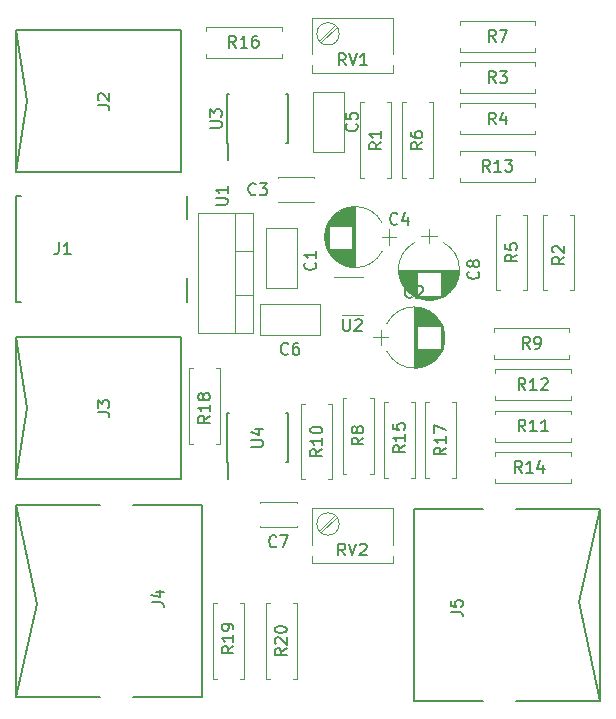
<source format=gto>
G04 #@! TF.FileFunction,Legend,Top*
%FSLAX46Y46*%
G04 Gerber Fmt 4.6, Leading zero omitted, Abs format (unit mm)*
G04 Created by KiCad (PCBNEW 4.0.6) date 03/19/18 00:54:58*
%MOMM*%
%LPD*%
G01*
G04 APERTURE LIST*
%ADD10C,0.100000*%
%ADD11C,0.150000*%
%ADD12C,0.120000*%
G04 APERTURE END LIST*
D10*
D11*
X79000000Y-90722000D02*
X80778000Y-99104000D01*
X80778000Y-99104000D02*
X79000000Y-106978000D01*
X94748000Y-106978000D02*
X88906000Y-106978000D01*
X79000000Y-106978000D02*
X86112000Y-106978000D01*
X94748000Y-90722000D02*
X88906000Y-90722000D01*
X79000000Y-90722000D02*
X86112000Y-90722000D01*
X94748000Y-90722000D02*
X94748000Y-106978000D01*
X79000000Y-90722000D02*
X79000000Y-106978000D01*
D12*
X102810000Y-67190000D02*
X102810000Y-72310000D01*
X100190000Y-67190000D02*
X100190000Y-72310000D01*
X102810000Y-67190000D02*
X100190000Y-67190000D01*
X102810000Y-72310000D02*
X100190000Y-72310000D01*
X115055722Y-75320277D02*
G75*
G03X110444420Y-75320000I-2305722J-1179723D01*
G01*
X115055722Y-77679723D02*
G75*
G02X110444420Y-77680000I-2305722J1179723D01*
G01*
X115055722Y-77679723D02*
G75*
G03X115055580Y-75320000I-2305722J1179723D01*
G01*
X112750000Y-73950000D02*
X112750000Y-79050000D01*
X112790000Y-73950000D02*
X112790000Y-79050000D01*
X112830000Y-73951000D02*
X112830000Y-79049000D01*
X112870000Y-73952000D02*
X112870000Y-79048000D01*
X112910000Y-73954000D02*
X112910000Y-79046000D01*
X112950000Y-73957000D02*
X112950000Y-79043000D01*
X112990000Y-73961000D02*
X112990000Y-79039000D01*
X113030000Y-73965000D02*
X113030000Y-75520000D01*
X113030000Y-77480000D02*
X113030000Y-79035000D01*
X113070000Y-73969000D02*
X113070000Y-75520000D01*
X113070000Y-77480000D02*
X113070000Y-79031000D01*
X113110000Y-73975000D02*
X113110000Y-75520000D01*
X113110000Y-77480000D02*
X113110000Y-79025000D01*
X113150000Y-73981000D02*
X113150000Y-75520000D01*
X113150000Y-77480000D02*
X113150000Y-79019000D01*
X113190000Y-73987000D02*
X113190000Y-75520000D01*
X113190000Y-77480000D02*
X113190000Y-79013000D01*
X113230000Y-73994000D02*
X113230000Y-75520000D01*
X113230000Y-77480000D02*
X113230000Y-79006000D01*
X113270000Y-74002000D02*
X113270000Y-75520000D01*
X113270000Y-77480000D02*
X113270000Y-78998000D01*
X113310000Y-74011000D02*
X113310000Y-75520000D01*
X113310000Y-77480000D02*
X113310000Y-78989000D01*
X113350000Y-74020000D02*
X113350000Y-75520000D01*
X113350000Y-77480000D02*
X113350000Y-78980000D01*
X113390000Y-74030000D02*
X113390000Y-75520000D01*
X113390000Y-77480000D02*
X113390000Y-78970000D01*
X113430000Y-74040000D02*
X113430000Y-75520000D01*
X113430000Y-77480000D02*
X113430000Y-78960000D01*
X113471000Y-74052000D02*
X113471000Y-75520000D01*
X113471000Y-77480000D02*
X113471000Y-78948000D01*
X113511000Y-74064000D02*
X113511000Y-75520000D01*
X113511000Y-77480000D02*
X113511000Y-78936000D01*
X113551000Y-74076000D02*
X113551000Y-75520000D01*
X113551000Y-77480000D02*
X113551000Y-78924000D01*
X113591000Y-74090000D02*
X113591000Y-75520000D01*
X113591000Y-77480000D02*
X113591000Y-78910000D01*
X113631000Y-74104000D02*
X113631000Y-75520000D01*
X113631000Y-77480000D02*
X113631000Y-78896000D01*
X113671000Y-74118000D02*
X113671000Y-75520000D01*
X113671000Y-77480000D02*
X113671000Y-78882000D01*
X113711000Y-74134000D02*
X113711000Y-75520000D01*
X113711000Y-77480000D02*
X113711000Y-78866000D01*
X113751000Y-74150000D02*
X113751000Y-75520000D01*
X113751000Y-77480000D02*
X113751000Y-78850000D01*
X113791000Y-74167000D02*
X113791000Y-75520000D01*
X113791000Y-77480000D02*
X113791000Y-78833000D01*
X113831000Y-74185000D02*
X113831000Y-75520000D01*
X113831000Y-77480000D02*
X113831000Y-78815000D01*
X113871000Y-74204000D02*
X113871000Y-75520000D01*
X113871000Y-77480000D02*
X113871000Y-78796000D01*
X113911000Y-74224000D02*
X113911000Y-75520000D01*
X113911000Y-77480000D02*
X113911000Y-78776000D01*
X113951000Y-74244000D02*
X113951000Y-75520000D01*
X113951000Y-77480000D02*
X113951000Y-78756000D01*
X113991000Y-74266000D02*
X113991000Y-75520000D01*
X113991000Y-77480000D02*
X113991000Y-78734000D01*
X114031000Y-74288000D02*
X114031000Y-75520000D01*
X114031000Y-77480000D02*
X114031000Y-78712000D01*
X114071000Y-74311000D02*
X114071000Y-75520000D01*
X114071000Y-77480000D02*
X114071000Y-78689000D01*
X114111000Y-74335000D02*
X114111000Y-75520000D01*
X114111000Y-77480000D02*
X114111000Y-78665000D01*
X114151000Y-74360000D02*
X114151000Y-75520000D01*
X114151000Y-77480000D02*
X114151000Y-78640000D01*
X114191000Y-74387000D02*
X114191000Y-75520000D01*
X114191000Y-77480000D02*
X114191000Y-78613000D01*
X114231000Y-74414000D02*
X114231000Y-75520000D01*
X114231000Y-77480000D02*
X114231000Y-78586000D01*
X114271000Y-74442000D02*
X114271000Y-75520000D01*
X114271000Y-77480000D02*
X114271000Y-78558000D01*
X114311000Y-74472000D02*
X114311000Y-75520000D01*
X114311000Y-77480000D02*
X114311000Y-78528000D01*
X114351000Y-74503000D02*
X114351000Y-75520000D01*
X114351000Y-77480000D02*
X114351000Y-78497000D01*
X114391000Y-74535000D02*
X114391000Y-75520000D01*
X114391000Y-77480000D02*
X114391000Y-78465000D01*
X114431000Y-74568000D02*
X114431000Y-75520000D01*
X114431000Y-77480000D02*
X114431000Y-78432000D01*
X114471000Y-74603000D02*
X114471000Y-75520000D01*
X114471000Y-77480000D02*
X114471000Y-78397000D01*
X114511000Y-74639000D02*
X114511000Y-75520000D01*
X114511000Y-77480000D02*
X114511000Y-78361000D01*
X114551000Y-74677000D02*
X114551000Y-75520000D01*
X114551000Y-77480000D02*
X114551000Y-78323000D01*
X114591000Y-74717000D02*
X114591000Y-75520000D01*
X114591000Y-77480000D02*
X114591000Y-78283000D01*
X114631000Y-74758000D02*
X114631000Y-75520000D01*
X114631000Y-77480000D02*
X114631000Y-78242000D01*
X114671000Y-74801000D02*
X114671000Y-75520000D01*
X114671000Y-77480000D02*
X114671000Y-78199000D01*
X114711000Y-74846000D02*
X114711000Y-75520000D01*
X114711000Y-77480000D02*
X114711000Y-78154000D01*
X114751000Y-74894000D02*
X114751000Y-75520000D01*
X114751000Y-77480000D02*
X114751000Y-78106000D01*
X114791000Y-74944000D02*
X114791000Y-75520000D01*
X114791000Y-77480000D02*
X114791000Y-78056000D01*
X114831000Y-74996000D02*
X114831000Y-75520000D01*
X114831000Y-77480000D02*
X114831000Y-78004000D01*
X114871000Y-75052000D02*
X114871000Y-75520000D01*
X114871000Y-77480000D02*
X114871000Y-77948000D01*
X114911000Y-75110000D02*
X114911000Y-75520000D01*
X114911000Y-77480000D02*
X114911000Y-77890000D01*
X114951000Y-75173000D02*
X114951000Y-75520000D01*
X114951000Y-77480000D02*
X114951000Y-77827000D01*
X114991000Y-75239000D02*
X114991000Y-77761000D01*
X115031000Y-75311000D02*
X115031000Y-77689000D01*
X115071000Y-75388000D02*
X115071000Y-77612000D01*
X115111000Y-75472000D02*
X115111000Y-77528000D01*
X115151000Y-75566000D02*
X115151000Y-77434000D01*
X115191000Y-75671000D02*
X115191000Y-77329000D01*
X115231000Y-75793000D02*
X115231000Y-77207000D01*
X115271000Y-75941000D02*
X115271000Y-77059000D01*
X115311000Y-76146000D02*
X115311000Y-76854000D01*
X109300000Y-76500000D02*
X110500000Y-76500000D01*
X109900000Y-75850000D02*
X109900000Y-77150000D01*
X104310000Y-65060000D02*
X101190000Y-65060000D01*
X104310000Y-62940000D02*
X101190000Y-62940000D01*
X104310000Y-65060000D02*
X104310000Y-64996000D01*
X104310000Y-63004000D02*
X104310000Y-62940000D01*
X101190000Y-65060000D02*
X101190000Y-64996000D01*
X101190000Y-63004000D02*
X101190000Y-62940000D01*
X105444278Y-69179723D02*
G75*
G03X110055580Y-69180000I2305722J1179723D01*
G01*
X105444278Y-66820277D02*
G75*
G02X110055580Y-66820000I2305722J-1179723D01*
G01*
X105444278Y-66820277D02*
G75*
G03X105444420Y-69180000I2305722J-1179723D01*
G01*
X107750000Y-70550000D02*
X107750000Y-65450000D01*
X107710000Y-70550000D02*
X107710000Y-65450000D01*
X107670000Y-70549000D02*
X107670000Y-65451000D01*
X107630000Y-70548000D02*
X107630000Y-65452000D01*
X107590000Y-70546000D02*
X107590000Y-65454000D01*
X107550000Y-70543000D02*
X107550000Y-65457000D01*
X107510000Y-70539000D02*
X107510000Y-65461000D01*
X107470000Y-70535000D02*
X107470000Y-68980000D01*
X107470000Y-67020000D02*
X107470000Y-65465000D01*
X107430000Y-70531000D02*
X107430000Y-68980000D01*
X107430000Y-67020000D02*
X107430000Y-65469000D01*
X107390000Y-70525000D02*
X107390000Y-68980000D01*
X107390000Y-67020000D02*
X107390000Y-65475000D01*
X107350000Y-70519000D02*
X107350000Y-68980000D01*
X107350000Y-67020000D02*
X107350000Y-65481000D01*
X107310000Y-70513000D02*
X107310000Y-68980000D01*
X107310000Y-67020000D02*
X107310000Y-65487000D01*
X107270000Y-70506000D02*
X107270000Y-68980000D01*
X107270000Y-67020000D02*
X107270000Y-65494000D01*
X107230000Y-70498000D02*
X107230000Y-68980000D01*
X107230000Y-67020000D02*
X107230000Y-65502000D01*
X107190000Y-70489000D02*
X107190000Y-68980000D01*
X107190000Y-67020000D02*
X107190000Y-65511000D01*
X107150000Y-70480000D02*
X107150000Y-68980000D01*
X107150000Y-67020000D02*
X107150000Y-65520000D01*
X107110000Y-70470000D02*
X107110000Y-68980000D01*
X107110000Y-67020000D02*
X107110000Y-65530000D01*
X107070000Y-70460000D02*
X107070000Y-68980000D01*
X107070000Y-67020000D02*
X107070000Y-65540000D01*
X107029000Y-70448000D02*
X107029000Y-68980000D01*
X107029000Y-67020000D02*
X107029000Y-65552000D01*
X106989000Y-70436000D02*
X106989000Y-68980000D01*
X106989000Y-67020000D02*
X106989000Y-65564000D01*
X106949000Y-70424000D02*
X106949000Y-68980000D01*
X106949000Y-67020000D02*
X106949000Y-65576000D01*
X106909000Y-70410000D02*
X106909000Y-68980000D01*
X106909000Y-67020000D02*
X106909000Y-65590000D01*
X106869000Y-70396000D02*
X106869000Y-68980000D01*
X106869000Y-67020000D02*
X106869000Y-65604000D01*
X106829000Y-70382000D02*
X106829000Y-68980000D01*
X106829000Y-67020000D02*
X106829000Y-65618000D01*
X106789000Y-70366000D02*
X106789000Y-68980000D01*
X106789000Y-67020000D02*
X106789000Y-65634000D01*
X106749000Y-70350000D02*
X106749000Y-68980000D01*
X106749000Y-67020000D02*
X106749000Y-65650000D01*
X106709000Y-70333000D02*
X106709000Y-68980000D01*
X106709000Y-67020000D02*
X106709000Y-65667000D01*
X106669000Y-70315000D02*
X106669000Y-68980000D01*
X106669000Y-67020000D02*
X106669000Y-65685000D01*
X106629000Y-70296000D02*
X106629000Y-68980000D01*
X106629000Y-67020000D02*
X106629000Y-65704000D01*
X106589000Y-70276000D02*
X106589000Y-68980000D01*
X106589000Y-67020000D02*
X106589000Y-65724000D01*
X106549000Y-70256000D02*
X106549000Y-68980000D01*
X106549000Y-67020000D02*
X106549000Y-65744000D01*
X106509000Y-70234000D02*
X106509000Y-68980000D01*
X106509000Y-67020000D02*
X106509000Y-65766000D01*
X106469000Y-70212000D02*
X106469000Y-68980000D01*
X106469000Y-67020000D02*
X106469000Y-65788000D01*
X106429000Y-70189000D02*
X106429000Y-68980000D01*
X106429000Y-67020000D02*
X106429000Y-65811000D01*
X106389000Y-70165000D02*
X106389000Y-68980000D01*
X106389000Y-67020000D02*
X106389000Y-65835000D01*
X106349000Y-70140000D02*
X106349000Y-68980000D01*
X106349000Y-67020000D02*
X106349000Y-65860000D01*
X106309000Y-70113000D02*
X106309000Y-68980000D01*
X106309000Y-67020000D02*
X106309000Y-65887000D01*
X106269000Y-70086000D02*
X106269000Y-68980000D01*
X106269000Y-67020000D02*
X106269000Y-65914000D01*
X106229000Y-70058000D02*
X106229000Y-68980000D01*
X106229000Y-67020000D02*
X106229000Y-65942000D01*
X106189000Y-70028000D02*
X106189000Y-68980000D01*
X106189000Y-67020000D02*
X106189000Y-65972000D01*
X106149000Y-69997000D02*
X106149000Y-68980000D01*
X106149000Y-67020000D02*
X106149000Y-66003000D01*
X106109000Y-69965000D02*
X106109000Y-68980000D01*
X106109000Y-67020000D02*
X106109000Y-66035000D01*
X106069000Y-69932000D02*
X106069000Y-68980000D01*
X106069000Y-67020000D02*
X106069000Y-66068000D01*
X106029000Y-69897000D02*
X106029000Y-68980000D01*
X106029000Y-67020000D02*
X106029000Y-66103000D01*
X105989000Y-69861000D02*
X105989000Y-68980000D01*
X105989000Y-67020000D02*
X105989000Y-66139000D01*
X105949000Y-69823000D02*
X105949000Y-68980000D01*
X105949000Y-67020000D02*
X105949000Y-66177000D01*
X105909000Y-69783000D02*
X105909000Y-68980000D01*
X105909000Y-67020000D02*
X105909000Y-66217000D01*
X105869000Y-69742000D02*
X105869000Y-68980000D01*
X105869000Y-67020000D02*
X105869000Y-66258000D01*
X105829000Y-69699000D02*
X105829000Y-68980000D01*
X105829000Y-67020000D02*
X105829000Y-66301000D01*
X105789000Y-69654000D02*
X105789000Y-68980000D01*
X105789000Y-67020000D02*
X105789000Y-66346000D01*
X105749000Y-69606000D02*
X105749000Y-68980000D01*
X105749000Y-67020000D02*
X105749000Y-66394000D01*
X105709000Y-69556000D02*
X105709000Y-68980000D01*
X105709000Y-67020000D02*
X105709000Y-66444000D01*
X105669000Y-69504000D02*
X105669000Y-68980000D01*
X105669000Y-67020000D02*
X105669000Y-66496000D01*
X105629000Y-69448000D02*
X105629000Y-68980000D01*
X105629000Y-67020000D02*
X105629000Y-66552000D01*
X105589000Y-69390000D02*
X105589000Y-68980000D01*
X105589000Y-67020000D02*
X105589000Y-66610000D01*
X105549000Y-69327000D02*
X105549000Y-68980000D01*
X105549000Y-67020000D02*
X105549000Y-66673000D01*
X105509000Y-69261000D02*
X105509000Y-66739000D01*
X105469000Y-69189000D02*
X105469000Y-66811000D01*
X105429000Y-69112000D02*
X105429000Y-66888000D01*
X105389000Y-69028000D02*
X105389000Y-66972000D01*
X105349000Y-68934000D02*
X105349000Y-67066000D01*
X105309000Y-68829000D02*
X105309000Y-67171000D01*
X105269000Y-68707000D02*
X105269000Y-67293000D01*
X105229000Y-68559000D02*
X105229000Y-67441000D01*
X105189000Y-68354000D02*
X105189000Y-67646000D01*
X111200000Y-68000000D02*
X110000000Y-68000000D01*
X110600000Y-68650000D02*
X110600000Y-67350000D01*
X106810000Y-55690000D02*
X106810000Y-60810000D01*
X104190000Y-55690000D02*
X104190000Y-60810000D01*
X106810000Y-55690000D02*
X104190000Y-55690000D01*
X106810000Y-60810000D02*
X104190000Y-60810000D01*
X99690000Y-73690000D02*
X104810000Y-73690000D01*
X99690000Y-76310000D02*
X104810000Y-76310000D01*
X99690000Y-73690000D02*
X99690000Y-76310000D01*
X104810000Y-73690000D02*
X104810000Y-76310000D01*
X102810000Y-92560000D02*
X99690000Y-92560000D01*
X102810000Y-90440000D02*
X99690000Y-90440000D01*
X102810000Y-92560000D02*
X102810000Y-92496000D01*
X102810000Y-90504000D02*
X102810000Y-90440000D01*
X99690000Y-92560000D02*
X99690000Y-92496000D01*
X99690000Y-90504000D02*
X99690000Y-90440000D01*
X115179723Y-73055722D02*
G75*
G03X115180000Y-68444420I-1179723J2305722D01*
G01*
X112820277Y-73055722D02*
G75*
G02X112820000Y-68444420I1179723J2305722D01*
G01*
X112820277Y-73055722D02*
G75*
G03X115180000Y-73055580I1179723J2305722D01*
G01*
X116550000Y-70750000D02*
X111450000Y-70750000D01*
X116550000Y-70790000D02*
X111450000Y-70790000D01*
X116549000Y-70830000D02*
X111451000Y-70830000D01*
X116548000Y-70870000D02*
X111452000Y-70870000D01*
X116546000Y-70910000D02*
X111454000Y-70910000D01*
X116543000Y-70950000D02*
X111457000Y-70950000D01*
X116539000Y-70990000D02*
X111461000Y-70990000D01*
X116535000Y-71030000D02*
X114980000Y-71030000D01*
X113020000Y-71030000D02*
X111465000Y-71030000D01*
X116531000Y-71070000D02*
X114980000Y-71070000D01*
X113020000Y-71070000D02*
X111469000Y-71070000D01*
X116525000Y-71110000D02*
X114980000Y-71110000D01*
X113020000Y-71110000D02*
X111475000Y-71110000D01*
X116519000Y-71150000D02*
X114980000Y-71150000D01*
X113020000Y-71150000D02*
X111481000Y-71150000D01*
X116513000Y-71190000D02*
X114980000Y-71190000D01*
X113020000Y-71190000D02*
X111487000Y-71190000D01*
X116506000Y-71230000D02*
X114980000Y-71230000D01*
X113020000Y-71230000D02*
X111494000Y-71230000D01*
X116498000Y-71270000D02*
X114980000Y-71270000D01*
X113020000Y-71270000D02*
X111502000Y-71270000D01*
X116489000Y-71310000D02*
X114980000Y-71310000D01*
X113020000Y-71310000D02*
X111511000Y-71310000D01*
X116480000Y-71350000D02*
X114980000Y-71350000D01*
X113020000Y-71350000D02*
X111520000Y-71350000D01*
X116470000Y-71390000D02*
X114980000Y-71390000D01*
X113020000Y-71390000D02*
X111530000Y-71390000D01*
X116460000Y-71430000D02*
X114980000Y-71430000D01*
X113020000Y-71430000D02*
X111540000Y-71430000D01*
X116448000Y-71471000D02*
X114980000Y-71471000D01*
X113020000Y-71471000D02*
X111552000Y-71471000D01*
X116436000Y-71511000D02*
X114980000Y-71511000D01*
X113020000Y-71511000D02*
X111564000Y-71511000D01*
X116424000Y-71551000D02*
X114980000Y-71551000D01*
X113020000Y-71551000D02*
X111576000Y-71551000D01*
X116410000Y-71591000D02*
X114980000Y-71591000D01*
X113020000Y-71591000D02*
X111590000Y-71591000D01*
X116396000Y-71631000D02*
X114980000Y-71631000D01*
X113020000Y-71631000D02*
X111604000Y-71631000D01*
X116382000Y-71671000D02*
X114980000Y-71671000D01*
X113020000Y-71671000D02*
X111618000Y-71671000D01*
X116366000Y-71711000D02*
X114980000Y-71711000D01*
X113020000Y-71711000D02*
X111634000Y-71711000D01*
X116350000Y-71751000D02*
X114980000Y-71751000D01*
X113020000Y-71751000D02*
X111650000Y-71751000D01*
X116333000Y-71791000D02*
X114980000Y-71791000D01*
X113020000Y-71791000D02*
X111667000Y-71791000D01*
X116315000Y-71831000D02*
X114980000Y-71831000D01*
X113020000Y-71831000D02*
X111685000Y-71831000D01*
X116296000Y-71871000D02*
X114980000Y-71871000D01*
X113020000Y-71871000D02*
X111704000Y-71871000D01*
X116276000Y-71911000D02*
X114980000Y-71911000D01*
X113020000Y-71911000D02*
X111724000Y-71911000D01*
X116256000Y-71951000D02*
X114980000Y-71951000D01*
X113020000Y-71951000D02*
X111744000Y-71951000D01*
X116234000Y-71991000D02*
X114980000Y-71991000D01*
X113020000Y-71991000D02*
X111766000Y-71991000D01*
X116212000Y-72031000D02*
X114980000Y-72031000D01*
X113020000Y-72031000D02*
X111788000Y-72031000D01*
X116189000Y-72071000D02*
X114980000Y-72071000D01*
X113020000Y-72071000D02*
X111811000Y-72071000D01*
X116165000Y-72111000D02*
X114980000Y-72111000D01*
X113020000Y-72111000D02*
X111835000Y-72111000D01*
X116140000Y-72151000D02*
X114980000Y-72151000D01*
X113020000Y-72151000D02*
X111860000Y-72151000D01*
X116113000Y-72191000D02*
X114980000Y-72191000D01*
X113020000Y-72191000D02*
X111887000Y-72191000D01*
X116086000Y-72231000D02*
X114980000Y-72231000D01*
X113020000Y-72231000D02*
X111914000Y-72231000D01*
X116058000Y-72271000D02*
X114980000Y-72271000D01*
X113020000Y-72271000D02*
X111942000Y-72271000D01*
X116028000Y-72311000D02*
X114980000Y-72311000D01*
X113020000Y-72311000D02*
X111972000Y-72311000D01*
X115997000Y-72351000D02*
X114980000Y-72351000D01*
X113020000Y-72351000D02*
X112003000Y-72351000D01*
X115965000Y-72391000D02*
X114980000Y-72391000D01*
X113020000Y-72391000D02*
X112035000Y-72391000D01*
X115932000Y-72431000D02*
X114980000Y-72431000D01*
X113020000Y-72431000D02*
X112068000Y-72431000D01*
X115897000Y-72471000D02*
X114980000Y-72471000D01*
X113020000Y-72471000D02*
X112103000Y-72471000D01*
X115861000Y-72511000D02*
X114980000Y-72511000D01*
X113020000Y-72511000D02*
X112139000Y-72511000D01*
X115823000Y-72551000D02*
X114980000Y-72551000D01*
X113020000Y-72551000D02*
X112177000Y-72551000D01*
X115783000Y-72591000D02*
X114980000Y-72591000D01*
X113020000Y-72591000D02*
X112217000Y-72591000D01*
X115742000Y-72631000D02*
X114980000Y-72631000D01*
X113020000Y-72631000D02*
X112258000Y-72631000D01*
X115699000Y-72671000D02*
X114980000Y-72671000D01*
X113020000Y-72671000D02*
X112301000Y-72671000D01*
X115654000Y-72711000D02*
X114980000Y-72711000D01*
X113020000Y-72711000D02*
X112346000Y-72711000D01*
X115606000Y-72751000D02*
X114980000Y-72751000D01*
X113020000Y-72751000D02*
X112394000Y-72751000D01*
X115556000Y-72791000D02*
X114980000Y-72791000D01*
X113020000Y-72791000D02*
X112444000Y-72791000D01*
X115504000Y-72831000D02*
X114980000Y-72831000D01*
X113020000Y-72831000D02*
X112496000Y-72831000D01*
X115448000Y-72871000D02*
X114980000Y-72871000D01*
X113020000Y-72871000D02*
X112552000Y-72871000D01*
X115390000Y-72911000D02*
X114980000Y-72911000D01*
X113020000Y-72911000D02*
X112610000Y-72911000D01*
X115327000Y-72951000D02*
X114980000Y-72951000D01*
X113020000Y-72951000D02*
X112673000Y-72951000D01*
X115261000Y-72991000D02*
X112739000Y-72991000D01*
X115189000Y-73031000D02*
X112811000Y-73031000D01*
X115112000Y-73071000D02*
X112888000Y-73071000D01*
X115028000Y-73111000D02*
X112972000Y-73111000D01*
X114934000Y-73151000D02*
X113066000Y-73151000D01*
X114829000Y-73191000D02*
X113171000Y-73191000D01*
X114707000Y-73231000D02*
X113293000Y-73231000D01*
X114559000Y-73271000D02*
X113441000Y-73271000D01*
X114354000Y-73311000D02*
X113646000Y-73311000D01*
X114000000Y-67300000D02*
X114000000Y-68500000D01*
X114650000Y-67900000D02*
X113350000Y-67900000D01*
D11*
X79000000Y-50500000D02*
X79000000Y-62500000D01*
X79000000Y-62500000D02*
X93000000Y-62500000D01*
X93000000Y-62500000D02*
X93000000Y-50500000D01*
X93000000Y-50500000D02*
X79000000Y-50500000D01*
X79000000Y-50500000D02*
X80000000Y-56500000D01*
X80000000Y-56500000D02*
X79000000Y-62500000D01*
X79000000Y-76500000D02*
X79000000Y-88500000D01*
X79000000Y-88500000D02*
X93000000Y-88500000D01*
X93000000Y-88500000D02*
X93000000Y-76500000D01*
X93000000Y-76500000D02*
X79000000Y-76500000D01*
X79000000Y-76500000D02*
X80000000Y-82500000D01*
X80000000Y-82500000D02*
X79000000Y-88500000D01*
X128500000Y-107278000D02*
X126722000Y-98896000D01*
X126722000Y-98896000D02*
X128500000Y-91022000D01*
X112752000Y-91022000D02*
X118594000Y-91022000D01*
X128500000Y-91022000D02*
X121388000Y-91022000D01*
X112752000Y-107278000D02*
X118594000Y-107278000D01*
X128500000Y-107278000D02*
X121388000Y-107278000D01*
X112752000Y-107278000D02*
X112752000Y-91022000D01*
X128500000Y-107278000D02*
X128500000Y-91022000D01*
D12*
X110480000Y-56600000D02*
X110810000Y-56600000D01*
X110810000Y-56600000D02*
X110810000Y-63020000D01*
X110810000Y-63020000D02*
X110480000Y-63020000D01*
X108520000Y-56600000D02*
X108190000Y-56600000D01*
X108190000Y-56600000D02*
X108190000Y-63020000D01*
X108190000Y-63020000D02*
X108520000Y-63020000D01*
X125980000Y-66100000D02*
X126310000Y-66100000D01*
X126310000Y-66100000D02*
X126310000Y-72520000D01*
X126310000Y-72520000D02*
X125980000Y-72520000D01*
X124020000Y-66100000D02*
X123690000Y-66100000D01*
X123690000Y-66100000D02*
X123690000Y-72520000D01*
X123690000Y-72520000D02*
X124020000Y-72520000D01*
X116600000Y-53520000D02*
X116600000Y-53190000D01*
X116600000Y-53190000D02*
X123020000Y-53190000D01*
X123020000Y-53190000D02*
X123020000Y-53520000D01*
X116600000Y-55480000D02*
X116600000Y-55810000D01*
X116600000Y-55810000D02*
X123020000Y-55810000D01*
X123020000Y-55810000D02*
X123020000Y-55480000D01*
X116600000Y-57020000D02*
X116600000Y-56690000D01*
X116600000Y-56690000D02*
X123020000Y-56690000D01*
X123020000Y-56690000D02*
X123020000Y-57020000D01*
X116600000Y-58980000D02*
X116600000Y-59310000D01*
X116600000Y-59310000D02*
X123020000Y-59310000D01*
X123020000Y-59310000D02*
X123020000Y-58980000D01*
X121980000Y-66100000D02*
X122310000Y-66100000D01*
X122310000Y-66100000D02*
X122310000Y-72520000D01*
X122310000Y-72520000D02*
X121980000Y-72520000D01*
X120020000Y-66100000D02*
X119690000Y-66100000D01*
X119690000Y-66100000D02*
X119690000Y-72520000D01*
X119690000Y-72520000D02*
X120020000Y-72520000D01*
X113980000Y-56600000D02*
X114310000Y-56600000D01*
X114310000Y-56600000D02*
X114310000Y-63020000D01*
X114310000Y-63020000D02*
X113980000Y-63020000D01*
X112020000Y-56600000D02*
X111690000Y-56600000D01*
X111690000Y-56600000D02*
X111690000Y-63020000D01*
X111690000Y-63020000D02*
X112020000Y-63020000D01*
X116600000Y-50020000D02*
X116600000Y-49690000D01*
X116600000Y-49690000D02*
X123020000Y-49690000D01*
X123020000Y-49690000D02*
X123020000Y-50020000D01*
X116600000Y-51980000D02*
X116600000Y-52310000D01*
X116600000Y-52310000D02*
X123020000Y-52310000D01*
X123020000Y-52310000D02*
X123020000Y-51980000D01*
X108980000Y-81600000D02*
X109310000Y-81600000D01*
X109310000Y-81600000D02*
X109310000Y-88020000D01*
X109310000Y-88020000D02*
X108980000Y-88020000D01*
X107020000Y-81600000D02*
X106690000Y-81600000D01*
X106690000Y-81600000D02*
X106690000Y-88020000D01*
X106690000Y-88020000D02*
X107020000Y-88020000D01*
X125900000Y-77980000D02*
X125900000Y-78310000D01*
X125900000Y-78310000D02*
X119480000Y-78310000D01*
X119480000Y-78310000D02*
X119480000Y-77980000D01*
X125900000Y-76020000D02*
X125900000Y-75690000D01*
X125900000Y-75690000D02*
X119480000Y-75690000D01*
X119480000Y-75690000D02*
X119480000Y-76020000D01*
X105480000Y-82100000D02*
X105810000Y-82100000D01*
X105810000Y-82100000D02*
X105810000Y-88520000D01*
X105810000Y-88520000D02*
X105480000Y-88520000D01*
X103520000Y-82100000D02*
X103190000Y-82100000D01*
X103190000Y-82100000D02*
X103190000Y-88520000D01*
X103190000Y-88520000D02*
X103520000Y-88520000D01*
X119600000Y-83020000D02*
X119600000Y-82690000D01*
X119600000Y-82690000D02*
X126020000Y-82690000D01*
X126020000Y-82690000D02*
X126020000Y-83020000D01*
X119600000Y-84980000D02*
X119600000Y-85310000D01*
X119600000Y-85310000D02*
X126020000Y-85310000D01*
X126020000Y-85310000D02*
X126020000Y-84980000D01*
X119600000Y-79520000D02*
X119600000Y-79190000D01*
X119600000Y-79190000D02*
X126020000Y-79190000D01*
X126020000Y-79190000D02*
X126020000Y-79520000D01*
X119600000Y-81480000D02*
X119600000Y-81810000D01*
X119600000Y-81810000D02*
X126020000Y-81810000D01*
X126020000Y-81810000D02*
X126020000Y-81480000D01*
X116600000Y-61020000D02*
X116600000Y-60690000D01*
X116600000Y-60690000D02*
X123020000Y-60690000D01*
X123020000Y-60690000D02*
X123020000Y-61020000D01*
X116600000Y-62980000D02*
X116600000Y-63310000D01*
X116600000Y-63310000D02*
X123020000Y-63310000D01*
X123020000Y-63310000D02*
X123020000Y-62980000D01*
X119600000Y-86520000D02*
X119600000Y-86190000D01*
X119600000Y-86190000D02*
X126020000Y-86190000D01*
X126020000Y-86190000D02*
X126020000Y-86520000D01*
X119600000Y-88480000D02*
X119600000Y-88810000D01*
X119600000Y-88810000D02*
X126020000Y-88810000D01*
X126020000Y-88810000D02*
X126020000Y-88480000D01*
X110520000Y-88400000D02*
X110190000Y-88400000D01*
X110190000Y-88400000D02*
X110190000Y-81980000D01*
X110190000Y-81980000D02*
X110520000Y-81980000D01*
X112480000Y-88400000D02*
X112810000Y-88400000D01*
X112810000Y-88400000D02*
X112810000Y-81980000D01*
X112810000Y-81980000D02*
X112480000Y-81980000D01*
X95100000Y-50520000D02*
X95100000Y-50190000D01*
X95100000Y-50190000D02*
X101520000Y-50190000D01*
X101520000Y-50190000D02*
X101520000Y-50520000D01*
X95100000Y-52480000D02*
X95100000Y-52810000D01*
X95100000Y-52810000D02*
X101520000Y-52810000D01*
X101520000Y-52810000D02*
X101520000Y-52480000D01*
X114020000Y-88400000D02*
X113690000Y-88400000D01*
X113690000Y-88400000D02*
X113690000Y-81980000D01*
X113690000Y-81980000D02*
X114020000Y-81980000D01*
X115980000Y-88400000D02*
X116310000Y-88400000D01*
X116310000Y-88400000D02*
X116310000Y-81980000D01*
X116310000Y-81980000D02*
X115980000Y-81980000D01*
X95980000Y-79100000D02*
X96310000Y-79100000D01*
X96310000Y-79100000D02*
X96310000Y-85520000D01*
X96310000Y-85520000D02*
X95980000Y-85520000D01*
X94020000Y-79100000D02*
X93690000Y-79100000D01*
X93690000Y-79100000D02*
X93690000Y-85520000D01*
X93690000Y-85520000D02*
X94020000Y-85520000D01*
X106405000Y-50790000D02*
G75*
G03X106405000Y-50790000I-950000J0D01*
G01*
X110955000Y-54080000D02*
X104125000Y-54080000D01*
X110955000Y-49460000D02*
X104125000Y-49460000D01*
X110955000Y-54080000D02*
X110955000Y-53465000D01*
X110955000Y-52535000D02*
X110955000Y-49460000D01*
X104125000Y-54080000D02*
X104125000Y-53465000D01*
X104125000Y-52535000D02*
X104125000Y-49460000D01*
X104734000Y-51394000D02*
X106059000Y-50069000D01*
X104850000Y-51510000D02*
X106175000Y-50185000D01*
X106405000Y-92290000D02*
G75*
G03X106405000Y-92290000I-950000J0D01*
G01*
X110955000Y-95580000D02*
X104125000Y-95580000D01*
X110955000Y-90960000D02*
X104125000Y-90960000D01*
X110955000Y-95580000D02*
X110955000Y-94965000D01*
X110955000Y-94035000D02*
X110955000Y-90960000D01*
X104125000Y-95580000D02*
X104125000Y-94965000D01*
X104125000Y-94035000D02*
X104125000Y-90960000D01*
X104734000Y-92894000D02*
X106059000Y-91569000D01*
X104850000Y-93010000D02*
X106175000Y-91685000D01*
X99120000Y-65920000D02*
X99120000Y-76160000D01*
X94479000Y-65920000D02*
X94479000Y-76160000D01*
X99120000Y-65920000D02*
X94479000Y-65920000D01*
X99120000Y-76160000D02*
X94479000Y-76160000D01*
X97610000Y-65920000D02*
X97610000Y-76160000D01*
X99120000Y-69190000D02*
X97610000Y-69190000D01*
X99120000Y-72891000D02*
X97610000Y-72891000D01*
X106600000Y-74610000D02*
X108400000Y-74610000D01*
X108400000Y-71390000D02*
X105950000Y-71390000D01*
D11*
X96925000Y-60075000D02*
X96975000Y-60075000D01*
X96925000Y-55925000D02*
X97070000Y-55925000D01*
X102075000Y-55925000D02*
X101930000Y-55925000D01*
X102075000Y-60075000D02*
X101930000Y-60075000D01*
X96925000Y-60075000D02*
X96925000Y-55925000D01*
X102075000Y-60075000D02*
X102075000Y-55925000D01*
X96975000Y-60075000D02*
X96975000Y-61475000D01*
X96925000Y-87075000D02*
X96975000Y-87075000D01*
X96925000Y-82925000D02*
X97070000Y-82925000D01*
X102075000Y-82925000D02*
X101930000Y-82925000D01*
X102075000Y-87075000D02*
X101930000Y-87075000D01*
X96925000Y-87075000D02*
X96925000Y-82925000D01*
X102075000Y-87075000D02*
X102075000Y-82925000D01*
X96975000Y-87075000D02*
X96975000Y-88475000D01*
D12*
X96020000Y-105400000D02*
X95690000Y-105400000D01*
X95690000Y-105400000D02*
X95690000Y-98980000D01*
X95690000Y-98980000D02*
X96020000Y-98980000D01*
X97980000Y-105400000D02*
X98310000Y-105400000D01*
X98310000Y-105400000D02*
X98310000Y-98980000D01*
X98310000Y-98980000D02*
X97980000Y-98980000D01*
X100520000Y-105400000D02*
X100190000Y-105400000D01*
X100190000Y-105400000D02*
X100190000Y-98980000D01*
X100190000Y-98980000D02*
X100520000Y-98980000D01*
X102480000Y-105400000D02*
X102810000Y-105400000D01*
X102810000Y-105400000D02*
X102810000Y-98980000D01*
X102810000Y-98980000D02*
X102480000Y-98980000D01*
D11*
X93500000Y-66500000D02*
X93500000Y-64500000D01*
X93500000Y-71500000D02*
X93500000Y-73500000D01*
X79000000Y-73500000D02*
X79500000Y-73500000D01*
X79000000Y-64500000D02*
X79500000Y-64500000D01*
X79000000Y-64500000D02*
X79000000Y-73500000D01*
X90556381Y-98929333D02*
X91270667Y-98929333D01*
X91413524Y-98976953D01*
X91508762Y-99072191D01*
X91556381Y-99215048D01*
X91556381Y-99310286D01*
X90889714Y-98024571D02*
X91556381Y-98024571D01*
X90508762Y-98262667D02*
X91223048Y-98500762D01*
X91223048Y-97881714D01*
X104357143Y-70166666D02*
X104404762Y-70214285D01*
X104452381Y-70357142D01*
X104452381Y-70452380D01*
X104404762Y-70595238D01*
X104309524Y-70690476D01*
X104214286Y-70738095D01*
X104023810Y-70785714D01*
X103880952Y-70785714D01*
X103690476Y-70738095D01*
X103595238Y-70690476D01*
X103500000Y-70595238D01*
X103452381Y-70452380D01*
X103452381Y-70357142D01*
X103500000Y-70214285D01*
X103547619Y-70166666D01*
X104452381Y-69214285D02*
X104452381Y-69785714D01*
X104452381Y-69500000D02*
X103452381Y-69500000D01*
X103595238Y-69595238D01*
X103690476Y-69690476D01*
X103738095Y-69785714D01*
X112583334Y-73047143D02*
X112535715Y-73094762D01*
X112392858Y-73142381D01*
X112297620Y-73142381D01*
X112154762Y-73094762D01*
X112059524Y-72999524D01*
X112011905Y-72904286D01*
X111964286Y-72713810D01*
X111964286Y-72570952D01*
X112011905Y-72380476D01*
X112059524Y-72285238D01*
X112154762Y-72190000D01*
X112297620Y-72142381D01*
X112392858Y-72142381D01*
X112535715Y-72190000D01*
X112583334Y-72237619D01*
X112964286Y-72237619D02*
X113011905Y-72190000D01*
X113107143Y-72142381D01*
X113345239Y-72142381D01*
X113440477Y-72190000D01*
X113488096Y-72237619D01*
X113535715Y-72332857D01*
X113535715Y-72428095D01*
X113488096Y-72570952D01*
X112916667Y-73142381D01*
X113535715Y-73142381D01*
X99333334Y-64357143D02*
X99285715Y-64404762D01*
X99142858Y-64452381D01*
X99047620Y-64452381D01*
X98904762Y-64404762D01*
X98809524Y-64309524D01*
X98761905Y-64214286D01*
X98714286Y-64023810D01*
X98714286Y-63880952D01*
X98761905Y-63690476D01*
X98809524Y-63595238D01*
X98904762Y-63500000D01*
X99047620Y-63452381D01*
X99142858Y-63452381D01*
X99285715Y-63500000D01*
X99333334Y-63547619D01*
X99666667Y-63452381D02*
X100285715Y-63452381D01*
X99952381Y-63833333D01*
X100095239Y-63833333D01*
X100190477Y-63880952D01*
X100238096Y-63928571D01*
X100285715Y-64023810D01*
X100285715Y-64261905D01*
X100238096Y-64357143D01*
X100190477Y-64404762D01*
X100095239Y-64452381D01*
X99809524Y-64452381D01*
X99714286Y-64404762D01*
X99666667Y-64357143D01*
X111333334Y-66857143D02*
X111285715Y-66904762D01*
X111142858Y-66952381D01*
X111047620Y-66952381D01*
X110904762Y-66904762D01*
X110809524Y-66809524D01*
X110761905Y-66714286D01*
X110714286Y-66523810D01*
X110714286Y-66380952D01*
X110761905Y-66190476D01*
X110809524Y-66095238D01*
X110904762Y-66000000D01*
X111047620Y-65952381D01*
X111142858Y-65952381D01*
X111285715Y-66000000D01*
X111333334Y-66047619D01*
X112190477Y-66285714D02*
X112190477Y-66952381D01*
X111952381Y-65904762D02*
X111714286Y-66619048D01*
X112333334Y-66619048D01*
X107857143Y-58416666D02*
X107904762Y-58464285D01*
X107952381Y-58607142D01*
X107952381Y-58702380D01*
X107904762Y-58845238D01*
X107809524Y-58940476D01*
X107714286Y-58988095D01*
X107523810Y-59035714D01*
X107380952Y-59035714D01*
X107190476Y-58988095D01*
X107095238Y-58940476D01*
X107000000Y-58845238D01*
X106952381Y-58702380D01*
X106952381Y-58607142D01*
X107000000Y-58464285D01*
X107047619Y-58416666D01*
X106952381Y-57511904D02*
X106952381Y-57988095D01*
X107428571Y-58035714D01*
X107380952Y-57988095D01*
X107333333Y-57892857D01*
X107333333Y-57654761D01*
X107380952Y-57559523D01*
X107428571Y-57511904D01*
X107523810Y-57464285D01*
X107761905Y-57464285D01*
X107857143Y-57511904D01*
X107904762Y-57559523D01*
X107952381Y-57654761D01*
X107952381Y-57892857D01*
X107904762Y-57988095D01*
X107857143Y-58035714D01*
X102083334Y-77857143D02*
X102035715Y-77904762D01*
X101892858Y-77952381D01*
X101797620Y-77952381D01*
X101654762Y-77904762D01*
X101559524Y-77809524D01*
X101511905Y-77714286D01*
X101464286Y-77523810D01*
X101464286Y-77380952D01*
X101511905Y-77190476D01*
X101559524Y-77095238D01*
X101654762Y-77000000D01*
X101797620Y-76952381D01*
X101892858Y-76952381D01*
X102035715Y-77000000D01*
X102083334Y-77047619D01*
X102940477Y-76952381D02*
X102750000Y-76952381D01*
X102654762Y-77000000D01*
X102607143Y-77047619D01*
X102511905Y-77190476D01*
X102464286Y-77380952D01*
X102464286Y-77761905D01*
X102511905Y-77857143D01*
X102559524Y-77904762D01*
X102654762Y-77952381D01*
X102845239Y-77952381D01*
X102940477Y-77904762D01*
X102988096Y-77857143D01*
X103035715Y-77761905D01*
X103035715Y-77523810D01*
X102988096Y-77428571D01*
X102940477Y-77380952D01*
X102845239Y-77333333D01*
X102654762Y-77333333D01*
X102559524Y-77380952D01*
X102511905Y-77428571D01*
X102464286Y-77523810D01*
X101083334Y-94167143D02*
X101035715Y-94214762D01*
X100892858Y-94262381D01*
X100797620Y-94262381D01*
X100654762Y-94214762D01*
X100559524Y-94119524D01*
X100511905Y-94024286D01*
X100464286Y-93833810D01*
X100464286Y-93690952D01*
X100511905Y-93500476D01*
X100559524Y-93405238D01*
X100654762Y-93310000D01*
X100797620Y-93262381D01*
X100892858Y-93262381D01*
X101035715Y-93310000D01*
X101083334Y-93357619D01*
X101416667Y-93262381D02*
X102083334Y-93262381D01*
X101654762Y-94262381D01*
X118167143Y-70916666D02*
X118214762Y-70964285D01*
X118262381Y-71107142D01*
X118262381Y-71202380D01*
X118214762Y-71345238D01*
X118119524Y-71440476D01*
X118024286Y-71488095D01*
X117833810Y-71535714D01*
X117690952Y-71535714D01*
X117500476Y-71488095D01*
X117405238Y-71440476D01*
X117310000Y-71345238D01*
X117262381Y-71202380D01*
X117262381Y-71107142D01*
X117310000Y-70964285D01*
X117357619Y-70916666D01*
X117690952Y-70345238D02*
X117643333Y-70440476D01*
X117595714Y-70488095D01*
X117500476Y-70535714D01*
X117452857Y-70535714D01*
X117357619Y-70488095D01*
X117310000Y-70440476D01*
X117262381Y-70345238D01*
X117262381Y-70154761D01*
X117310000Y-70059523D01*
X117357619Y-70011904D01*
X117452857Y-69964285D01*
X117500476Y-69964285D01*
X117595714Y-70011904D01*
X117643333Y-70059523D01*
X117690952Y-70154761D01*
X117690952Y-70345238D01*
X117738571Y-70440476D01*
X117786190Y-70488095D01*
X117881429Y-70535714D01*
X118071905Y-70535714D01*
X118167143Y-70488095D01*
X118214762Y-70440476D01*
X118262381Y-70345238D01*
X118262381Y-70154761D01*
X118214762Y-70059523D01*
X118167143Y-70011904D01*
X118071905Y-69964285D01*
X117881429Y-69964285D01*
X117786190Y-70011904D01*
X117738571Y-70059523D01*
X117690952Y-70154761D01*
X85952381Y-56833333D02*
X86666667Y-56833333D01*
X86809524Y-56880953D01*
X86904762Y-56976191D01*
X86952381Y-57119048D01*
X86952381Y-57214286D01*
X86047619Y-56404762D02*
X86000000Y-56357143D01*
X85952381Y-56261905D01*
X85952381Y-56023809D01*
X86000000Y-55928571D01*
X86047619Y-55880952D01*
X86142857Y-55833333D01*
X86238095Y-55833333D01*
X86380952Y-55880952D01*
X86952381Y-56452381D01*
X86952381Y-55833333D01*
X85952381Y-82833333D02*
X86666667Y-82833333D01*
X86809524Y-82880953D01*
X86904762Y-82976191D01*
X86952381Y-83119048D01*
X86952381Y-83214286D01*
X85952381Y-82452381D02*
X85952381Y-81833333D01*
X86333333Y-82166667D01*
X86333333Y-82023809D01*
X86380952Y-81928571D01*
X86428571Y-81880952D01*
X86523810Y-81833333D01*
X86761905Y-81833333D01*
X86857143Y-81880952D01*
X86904762Y-81928571D01*
X86952381Y-82023809D01*
X86952381Y-82309524D01*
X86904762Y-82404762D01*
X86857143Y-82452381D01*
X115848381Y-99737333D02*
X116562667Y-99737333D01*
X116705524Y-99784953D01*
X116800762Y-99880191D01*
X116848381Y-100023048D01*
X116848381Y-100118286D01*
X115848381Y-98784952D02*
X115848381Y-99261143D01*
X116324571Y-99308762D01*
X116276952Y-99261143D01*
X116229333Y-99165905D01*
X116229333Y-98927809D01*
X116276952Y-98832571D01*
X116324571Y-98784952D01*
X116419810Y-98737333D01*
X116657905Y-98737333D01*
X116753143Y-98784952D01*
X116800762Y-98832571D01*
X116848381Y-98927809D01*
X116848381Y-99165905D01*
X116800762Y-99261143D01*
X116753143Y-99308762D01*
X109952381Y-59976666D02*
X109476190Y-60310000D01*
X109952381Y-60548095D02*
X108952381Y-60548095D01*
X108952381Y-60167142D01*
X109000000Y-60071904D01*
X109047619Y-60024285D01*
X109142857Y-59976666D01*
X109285714Y-59976666D01*
X109380952Y-60024285D01*
X109428571Y-60071904D01*
X109476190Y-60167142D01*
X109476190Y-60548095D01*
X109952381Y-59024285D02*
X109952381Y-59595714D01*
X109952381Y-59310000D02*
X108952381Y-59310000D01*
X109095238Y-59405238D01*
X109190476Y-59500476D01*
X109238095Y-59595714D01*
X125452381Y-69666666D02*
X124976190Y-70000000D01*
X125452381Y-70238095D02*
X124452381Y-70238095D01*
X124452381Y-69857142D01*
X124500000Y-69761904D01*
X124547619Y-69714285D01*
X124642857Y-69666666D01*
X124785714Y-69666666D01*
X124880952Y-69714285D01*
X124928571Y-69761904D01*
X124976190Y-69857142D01*
X124976190Y-70238095D01*
X124547619Y-69285714D02*
X124500000Y-69238095D01*
X124452381Y-69142857D01*
X124452381Y-68904761D01*
X124500000Y-68809523D01*
X124547619Y-68761904D01*
X124642857Y-68714285D01*
X124738095Y-68714285D01*
X124880952Y-68761904D01*
X125452381Y-69333333D01*
X125452381Y-68714285D01*
X119643334Y-54952381D02*
X119310000Y-54476190D01*
X119071905Y-54952381D02*
X119071905Y-53952381D01*
X119452858Y-53952381D01*
X119548096Y-54000000D01*
X119595715Y-54047619D01*
X119643334Y-54142857D01*
X119643334Y-54285714D01*
X119595715Y-54380952D01*
X119548096Y-54428571D01*
X119452858Y-54476190D01*
X119071905Y-54476190D01*
X119976667Y-53952381D02*
X120595715Y-53952381D01*
X120262381Y-54333333D01*
X120405239Y-54333333D01*
X120500477Y-54380952D01*
X120548096Y-54428571D01*
X120595715Y-54523810D01*
X120595715Y-54761905D01*
X120548096Y-54857143D01*
X120500477Y-54904762D01*
X120405239Y-54952381D01*
X120119524Y-54952381D01*
X120024286Y-54904762D01*
X119976667Y-54857143D01*
X119643334Y-58452381D02*
X119310000Y-57976190D01*
X119071905Y-58452381D02*
X119071905Y-57452381D01*
X119452858Y-57452381D01*
X119548096Y-57500000D01*
X119595715Y-57547619D01*
X119643334Y-57642857D01*
X119643334Y-57785714D01*
X119595715Y-57880952D01*
X119548096Y-57928571D01*
X119452858Y-57976190D01*
X119071905Y-57976190D01*
X120500477Y-57785714D02*
X120500477Y-58452381D01*
X120262381Y-57404762D02*
X120024286Y-58119048D01*
X120643334Y-58119048D01*
X121452381Y-69476666D02*
X120976190Y-69810000D01*
X121452381Y-70048095D02*
X120452381Y-70048095D01*
X120452381Y-69667142D01*
X120500000Y-69571904D01*
X120547619Y-69524285D01*
X120642857Y-69476666D01*
X120785714Y-69476666D01*
X120880952Y-69524285D01*
X120928571Y-69571904D01*
X120976190Y-69667142D01*
X120976190Y-70048095D01*
X120452381Y-68571904D02*
X120452381Y-69048095D01*
X120928571Y-69095714D01*
X120880952Y-69048095D01*
X120833333Y-68952857D01*
X120833333Y-68714761D01*
X120880952Y-68619523D01*
X120928571Y-68571904D01*
X121023810Y-68524285D01*
X121261905Y-68524285D01*
X121357143Y-68571904D01*
X121404762Y-68619523D01*
X121452381Y-68714761D01*
X121452381Y-68952857D01*
X121404762Y-69048095D01*
X121357143Y-69095714D01*
X113452381Y-59976666D02*
X112976190Y-60310000D01*
X113452381Y-60548095D02*
X112452381Y-60548095D01*
X112452381Y-60167142D01*
X112500000Y-60071904D01*
X112547619Y-60024285D01*
X112642857Y-59976666D01*
X112785714Y-59976666D01*
X112880952Y-60024285D01*
X112928571Y-60071904D01*
X112976190Y-60167142D01*
X112976190Y-60548095D01*
X112452381Y-59119523D02*
X112452381Y-59310000D01*
X112500000Y-59405238D01*
X112547619Y-59452857D01*
X112690476Y-59548095D01*
X112880952Y-59595714D01*
X113261905Y-59595714D01*
X113357143Y-59548095D01*
X113404762Y-59500476D01*
X113452381Y-59405238D01*
X113452381Y-59214761D01*
X113404762Y-59119523D01*
X113357143Y-59071904D01*
X113261905Y-59024285D01*
X113023810Y-59024285D01*
X112928571Y-59071904D01*
X112880952Y-59119523D01*
X112833333Y-59214761D01*
X112833333Y-59405238D01*
X112880952Y-59500476D01*
X112928571Y-59548095D01*
X113023810Y-59595714D01*
X119643334Y-51452381D02*
X119310000Y-50976190D01*
X119071905Y-51452381D02*
X119071905Y-50452381D01*
X119452858Y-50452381D01*
X119548096Y-50500000D01*
X119595715Y-50547619D01*
X119643334Y-50642857D01*
X119643334Y-50785714D01*
X119595715Y-50880952D01*
X119548096Y-50928571D01*
X119452858Y-50976190D01*
X119071905Y-50976190D01*
X119976667Y-50452381D02*
X120643334Y-50452381D01*
X120214762Y-51452381D01*
X108452381Y-84976666D02*
X107976190Y-85310000D01*
X108452381Y-85548095D02*
X107452381Y-85548095D01*
X107452381Y-85167142D01*
X107500000Y-85071904D01*
X107547619Y-85024285D01*
X107642857Y-84976666D01*
X107785714Y-84976666D01*
X107880952Y-85024285D01*
X107928571Y-85071904D01*
X107976190Y-85167142D01*
X107976190Y-85548095D01*
X107880952Y-84405238D02*
X107833333Y-84500476D01*
X107785714Y-84548095D01*
X107690476Y-84595714D01*
X107642857Y-84595714D01*
X107547619Y-84548095D01*
X107500000Y-84500476D01*
X107452381Y-84405238D01*
X107452381Y-84214761D01*
X107500000Y-84119523D01*
X107547619Y-84071904D01*
X107642857Y-84024285D01*
X107690476Y-84024285D01*
X107785714Y-84071904D01*
X107833333Y-84119523D01*
X107880952Y-84214761D01*
X107880952Y-84405238D01*
X107928571Y-84500476D01*
X107976190Y-84548095D01*
X108071429Y-84595714D01*
X108261905Y-84595714D01*
X108357143Y-84548095D01*
X108404762Y-84500476D01*
X108452381Y-84405238D01*
X108452381Y-84214761D01*
X108404762Y-84119523D01*
X108357143Y-84071904D01*
X108261905Y-84024285D01*
X108071429Y-84024285D01*
X107976190Y-84071904D01*
X107928571Y-84119523D01*
X107880952Y-84214761D01*
X122523334Y-77452381D02*
X122190000Y-76976190D01*
X121951905Y-77452381D02*
X121951905Y-76452381D01*
X122332858Y-76452381D01*
X122428096Y-76500000D01*
X122475715Y-76547619D01*
X122523334Y-76642857D01*
X122523334Y-76785714D01*
X122475715Y-76880952D01*
X122428096Y-76928571D01*
X122332858Y-76976190D01*
X121951905Y-76976190D01*
X122999524Y-77452381D02*
X123190000Y-77452381D01*
X123285239Y-77404762D01*
X123332858Y-77357143D01*
X123428096Y-77214286D01*
X123475715Y-77023810D01*
X123475715Y-76642857D01*
X123428096Y-76547619D01*
X123380477Y-76500000D01*
X123285239Y-76452381D01*
X123094762Y-76452381D01*
X122999524Y-76500000D01*
X122951905Y-76547619D01*
X122904286Y-76642857D01*
X122904286Y-76880952D01*
X122951905Y-76976190D01*
X122999524Y-77023810D01*
X123094762Y-77071429D01*
X123285239Y-77071429D01*
X123380477Y-77023810D01*
X123428096Y-76976190D01*
X123475715Y-76880952D01*
X104952381Y-85952857D02*
X104476190Y-86286191D01*
X104952381Y-86524286D02*
X103952381Y-86524286D01*
X103952381Y-86143333D01*
X104000000Y-86048095D01*
X104047619Y-86000476D01*
X104142857Y-85952857D01*
X104285714Y-85952857D01*
X104380952Y-86000476D01*
X104428571Y-86048095D01*
X104476190Y-86143333D01*
X104476190Y-86524286D01*
X104952381Y-85000476D02*
X104952381Y-85571905D01*
X104952381Y-85286191D02*
X103952381Y-85286191D01*
X104095238Y-85381429D01*
X104190476Y-85476667D01*
X104238095Y-85571905D01*
X103952381Y-84381429D02*
X103952381Y-84286190D01*
X104000000Y-84190952D01*
X104047619Y-84143333D01*
X104142857Y-84095714D01*
X104333333Y-84048095D01*
X104571429Y-84048095D01*
X104761905Y-84095714D01*
X104857143Y-84143333D01*
X104904762Y-84190952D01*
X104952381Y-84286190D01*
X104952381Y-84381429D01*
X104904762Y-84476667D01*
X104857143Y-84524286D01*
X104761905Y-84571905D01*
X104571429Y-84619524D01*
X104333333Y-84619524D01*
X104142857Y-84571905D01*
X104047619Y-84524286D01*
X104000000Y-84476667D01*
X103952381Y-84381429D01*
X122167143Y-84452381D02*
X121833809Y-83976190D01*
X121595714Y-84452381D02*
X121595714Y-83452381D01*
X121976667Y-83452381D01*
X122071905Y-83500000D01*
X122119524Y-83547619D01*
X122167143Y-83642857D01*
X122167143Y-83785714D01*
X122119524Y-83880952D01*
X122071905Y-83928571D01*
X121976667Y-83976190D01*
X121595714Y-83976190D01*
X123119524Y-84452381D02*
X122548095Y-84452381D01*
X122833809Y-84452381D02*
X122833809Y-83452381D01*
X122738571Y-83595238D01*
X122643333Y-83690476D01*
X122548095Y-83738095D01*
X124071905Y-84452381D02*
X123500476Y-84452381D01*
X123786190Y-84452381D02*
X123786190Y-83452381D01*
X123690952Y-83595238D01*
X123595714Y-83690476D01*
X123500476Y-83738095D01*
X122167143Y-80952381D02*
X121833809Y-80476190D01*
X121595714Y-80952381D02*
X121595714Y-79952381D01*
X121976667Y-79952381D01*
X122071905Y-80000000D01*
X122119524Y-80047619D01*
X122167143Y-80142857D01*
X122167143Y-80285714D01*
X122119524Y-80380952D01*
X122071905Y-80428571D01*
X121976667Y-80476190D01*
X121595714Y-80476190D01*
X123119524Y-80952381D02*
X122548095Y-80952381D01*
X122833809Y-80952381D02*
X122833809Y-79952381D01*
X122738571Y-80095238D01*
X122643333Y-80190476D01*
X122548095Y-80238095D01*
X123500476Y-80047619D02*
X123548095Y-80000000D01*
X123643333Y-79952381D01*
X123881429Y-79952381D01*
X123976667Y-80000000D01*
X124024286Y-80047619D01*
X124071905Y-80142857D01*
X124071905Y-80238095D01*
X124024286Y-80380952D01*
X123452857Y-80952381D01*
X124071905Y-80952381D01*
X119167143Y-62452381D02*
X118833809Y-61976190D01*
X118595714Y-62452381D02*
X118595714Y-61452381D01*
X118976667Y-61452381D01*
X119071905Y-61500000D01*
X119119524Y-61547619D01*
X119167143Y-61642857D01*
X119167143Y-61785714D01*
X119119524Y-61880952D01*
X119071905Y-61928571D01*
X118976667Y-61976190D01*
X118595714Y-61976190D01*
X120119524Y-62452381D02*
X119548095Y-62452381D01*
X119833809Y-62452381D02*
X119833809Y-61452381D01*
X119738571Y-61595238D01*
X119643333Y-61690476D01*
X119548095Y-61738095D01*
X120452857Y-61452381D02*
X121071905Y-61452381D01*
X120738571Y-61833333D01*
X120881429Y-61833333D01*
X120976667Y-61880952D01*
X121024286Y-61928571D01*
X121071905Y-62023810D01*
X121071905Y-62261905D01*
X121024286Y-62357143D01*
X120976667Y-62404762D01*
X120881429Y-62452381D01*
X120595714Y-62452381D01*
X120500476Y-62404762D01*
X120452857Y-62357143D01*
X121857143Y-87952381D02*
X121523809Y-87476190D01*
X121285714Y-87952381D02*
X121285714Y-86952381D01*
X121666667Y-86952381D01*
X121761905Y-87000000D01*
X121809524Y-87047619D01*
X121857143Y-87142857D01*
X121857143Y-87285714D01*
X121809524Y-87380952D01*
X121761905Y-87428571D01*
X121666667Y-87476190D01*
X121285714Y-87476190D01*
X122809524Y-87952381D02*
X122238095Y-87952381D01*
X122523809Y-87952381D02*
X122523809Y-86952381D01*
X122428571Y-87095238D01*
X122333333Y-87190476D01*
X122238095Y-87238095D01*
X123666667Y-87285714D02*
X123666667Y-87952381D01*
X123428571Y-86904762D02*
X123190476Y-87619048D01*
X123809524Y-87619048D01*
X111952381Y-85642857D02*
X111476190Y-85976191D01*
X111952381Y-86214286D02*
X110952381Y-86214286D01*
X110952381Y-85833333D01*
X111000000Y-85738095D01*
X111047619Y-85690476D01*
X111142857Y-85642857D01*
X111285714Y-85642857D01*
X111380952Y-85690476D01*
X111428571Y-85738095D01*
X111476190Y-85833333D01*
X111476190Y-86214286D01*
X111952381Y-84690476D02*
X111952381Y-85261905D01*
X111952381Y-84976191D02*
X110952381Y-84976191D01*
X111095238Y-85071429D01*
X111190476Y-85166667D01*
X111238095Y-85261905D01*
X110952381Y-83785714D02*
X110952381Y-84261905D01*
X111428571Y-84309524D01*
X111380952Y-84261905D01*
X111333333Y-84166667D01*
X111333333Y-83928571D01*
X111380952Y-83833333D01*
X111428571Y-83785714D01*
X111523810Y-83738095D01*
X111761905Y-83738095D01*
X111857143Y-83785714D01*
X111904762Y-83833333D01*
X111952381Y-83928571D01*
X111952381Y-84166667D01*
X111904762Y-84261905D01*
X111857143Y-84309524D01*
X97667143Y-51952381D02*
X97333809Y-51476190D01*
X97095714Y-51952381D02*
X97095714Y-50952381D01*
X97476667Y-50952381D01*
X97571905Y-51000000D01*
X97619524Y-51047619D01*
X97667143Y-51142857D01*
X97667143Y-51285714D01*
X97619524Y-51380952D01*
X97571905Y-51428571D01*
X97476667Y-51476190D01*
X97095714Y-51476190D01*
X98619524Y-51952381D02*
X98048095Y-51952381D01*
X98333809Y-51952381D02*
X98333809Y-50952381D01*
X98238571Y-51095238D01*
X98143333Y-51190476D01*
X98048095Y-51238095D01*
X99476667Y-50952381D02*
X99286190Y-50952381D01*
X99190952Y-51000000D01*
X99143333Y-51047619D01*
X99048095Y-51190476D01*
X99000476Y-51380952D01*
X99000476Y-51761905D01*
X99048095Y-51857143D01*
X99095714Y-51904762D01*
X99190952Y-51952381D01*
X99381429Y-51952381D01*
X99476667Y-51904762D01*
X99524286Y-51857143D01*
X99571905Y-51761905D01*
X99571905Y-51523810D01*
X99524286Y-51428571D01*
X99476667Y-51380952D01*
X99381429Y-51333333D01*
X99190952Y-51333333D01*
X99095714Y-51380952D01*
X99048095Y-51428571D01*
X99000476Y-51523810D01*
X115452381Y-85832857D02*
X114976190Y-86166191D01*
X115452381Y-86404286D02*
X114452381Y-86404286D01*
X114452381Y-86023333D01*
X114500000Y-85928095D01*
X114547619Y-85880476D01*
X114642857Y-85832857D01*
X114785714Y-85832857D01*
X114880952Y-85880476D01*
X114928571Y-85928095D01*
X114976190Y-86023333D01*
X114976190Y-86404286D01*
X115452381Y-84880476D02*
X115452381Y-85451905D01*
X115452381Y-85166191D02*
X114452381Y-85166191D01*
X114595238Y-85261429D01*
X114690476Y-85356667D01*
X114738095Y-85451905D01*
X114452381Y-84547143D02*
X114452381Y-83880476D01*
X115452381Y-84309048D01*
X95452381Y-83142857D02*
X94976190Y-83476191D01*
X95452381Y-83714286D02*
X94452381Y-83714286D01*
X94452381Y-83333333D01*
X94500000Y-83238095D01*
X94547619Y-83190476D01*
X94642857Y-83142857D01*
X94785714Y-83142857D01*
X94880952Y-83190476D01*
X94928571Y-83238095D01*
X94976190Y-83333333D01*
X94976190Y-83714286D01*
X95452381Y-82190476D02*
X95452381Y-82761905D01*
X95452381Y-82476191D02*
X94452381Y-82476191D01*
X94595238Y-82571429D01*
X94690476Y-82666667D01*
X94738095Y-82761905D01*
X94880952Y-81619048D02*
X94833333Y-81714286D01*
X94785714Y-81761905D01*
X94690476Y-81809524D01*
X94642857Y-81809524D01*
X94547619Y-81761905D01*
X94500000Y-81714286D01*
X94452381Y-81619048D01*
X94452381Y-81428571D01*
X94500000Y-81333333D01*
X94547619Y-81285714D01*
X94642857Y-81238095D01*
X94690476Y-81238095D01*
X94785714Y-81285714D01*
X94833333Y-81333333D01*
X94880952Y-81428571D01*
X94880952Y-81619048D01*
X94928571Y-81714286D01*
X94976190Y-81761905D01*
X95071429Y-81809524D01*
X95261905Y-81809524D01*
X95357143Y-81761905D01*
X95404762Y-81714286D01*
X95452381Y-81619048D01*
X95452381Y-81428571D01*
X95404762Y-81333333D01*
X95357143Y-81285714D01*
X95261905Y-81238095D01*
X95071429Y-81238095D01*
X94976190Y-81285714D01*
X94928571Y-81333333D01*
X94880952Y-81428571D01*
X106944762Y-53452381D02*
X106611428Y-52976190D01*
X106373333Y-53452381D02*
X106373333Y-52452381D01*
X106754286Y-52452381D01*
X106849524Y-52500000D01*
X106897143Y-52547619D01*
X106944762Y-52642857D01*
X106944762Y-52785714D01*
X106897143Y-52880952D01*
X106849524Y-52928571D01*
X106754286Y-52976190D01*
X106373333Y-52976190D01*
X107230476Y-52452381D02*
X107563809Y-53452381D01*
X107897143Y-52452381D01*
X108754286Y-53452381D02*
X108182857Y-53452381D01*
X108468571Y-53452381D02*
X108468571Y-52452381D01*
X108373333Y-52595238D01*
X108278095Y-52690476D01*
X108182857Y-52738095D01*
X106904762Y-94952381D02*
X106571428Y-94476190D01*
X106333333Y-94952381D02*
X106333333Y-93952381D01*
X106714286Y-93952381D01*
X106809524Y-94000000D01*
X106857143Y-94047619D01*
X106904762Y-94142857D01*
X106904762Y-94285714D01*
X106857143Y-94380952D01*
X106809524Y-94428571D01*
X106714286Y-94476190D01*
X106333333Y-94476190D01*
X107190476Y-93952381D02*
X107523809Y-94952381D01*
X107857143Y-93952381D01*
X108142857Y-94047619D02*
X108190476Y-94000000D01*
X108285714Y-93952381D01*
X108523810Y-93952381D01*
X108619048Y-94000000D01*
X108666667Y-94047619D01*
X108714286Y-94142857D01*
X108714286Y-94238095D01*
X108666667Y-94380952D01*
X108095238Y-94952381D01*
X108714286Y-94952381D01*
X95952381Y-65261905D02*
X96761905Y-65261905D01*
X96857143Y-65214286D01*
X96904762Y-65166667D01*
X96952381Y-65071429D01*
X96952381Y-64880952D01*
X96904762Y-64785714D01*
X96857143Y-64738095D01*
X96761905Y-64690476D01*
X95952381Y-64690476D01*
X96952381Y-63690476D02*
X96952381Y-64261905D01*
X96952381Y-63976191D02*
X95952381Y-63976191D01*
X96095238Y-64071429D01*
X96190476Y-64166667D01*
X96238095Y-64261905D01*
X106738095Y-74952381D02*
X106738095Y-75761905D01*
X106785714Y-75857143D01*
X106833333Y-75904762D01*
X106928571Y-75952381D01*
X107119048Y-75952381D01*
X107214286Y-75904762D01*
X107261905Y-75857143D01*
X107309524Y-75761905D01*
X107309524Y-74952381D01*
X107738095Y-75047619D02*
X107785714Y-75000000D01*
X107880952Y-74952381D01*
X108119048Y-74952381D01*
X108214286Y-75000000D01*
X108261905Y-75047619D01*
X108309524Y-75142857D01*
X108309524Y-75238095D01*
X108261905Y-75380952D01*
X107690476Y-75952381D01*
X108309524Y-75952381D01*
X95452381Y-58761905D02*
X96261905Y-58761905D01*
X96357143Y-58714286D01*
X96404762Y-58666667D01*
X96452381Y-58571429D01*
X96452381Y-58380952D01*
X96404762Y-58285714D01*
X96357143Y-58238095D01*
X96261905Y-58190476D01*
X95452381Y-58190476D01*
X95452381Y-57809524D02*
X95452381Y-57190476D01*
X95833333Y-57523810D01*
X95833333Y-57380952D01*
X95880952Y-57285714D01*
X95928571Y-57238095D01*
X96023810Y-57190476D01*
X96261905Y-57190476D01*
X96357143Y-57238095D01*
X96404762Y-57285714D01*
X96452381Y-57380952D01*
X96452381Y-57666667D01*
X96404762Y-57761905D01*
X96357143Y-57809524D01*
X98952381Y-85761905D02*
X99761905Y-85761905D01*
X99857143Y-85714286D01*
X99904762Y-85666667D01*
X99952381Y-85571429D01*
X99952381Y-85380952D01*
X99904762Y-85285714D01*
X99857143Y-85238095D01*
X99761905Y-85190476D01*
X98952381Y-85190476D01*
X99285714Y-84285714D02*
X99952381Y-84285714D01*
X98904762Y-84523810D02*
X99619048Y-84761905D01*
X99619048Y-84142857D01*
X97452381Y-102642857D02*
X96976190Y-102976191D01*
X97452381Y-103214286D02*
X96452381Y-103214286D01*
X96452381Y-102833333D01*
X96500000Y-102738095D01*
X96547619Y-102690476D01*
X96642857Y-102642857D01*
X96785714Y-102642857D01*
X96880952Y-102690476D01*
X96928571Y-102738095D01*
X96976190Y-102833333D01*
X96976190Y-103214286D01*
X97452381Y-101690476D02*
X97452381Y-102261905D01*
X97452381Y-101976191D02*
X96452381Y-101976191D01*
X96595238Y-102071429D01*
X96690476Y-102166667D01*
X96738095Y-102261905D01*
X97452381Y-101214286D02*
X97452381Y-101023810D01*
X97404762Y-100928571D01*
X97357143Y-100880952D01*
X97214286Y-100785714D01*
X97023810Y-100738095D01*
X96642857Y-100738095D01*
X96547619Y-100785714D01*
X96500000Y-100833333D01*
X96452381Y-100928571D01*
X96452381Y-101119048D01*
X96500000Y-101214286D01*
X96547619Y-101261905D01*
X96642857Y-101309524D01*
X96880952Y-101309524D01*
X96976190Y-101261905D01*
X97023810Y-101214286D01*
X97071429Y-101119048D01*
X97071429Y-100928571D01*
X97023810Y-100833333D01*
X96976190Y-100785714D01*
X96880952Y-100738095D01*
X101952381Y-102832857D02*
X101476190Y-103166191D01*
X101952381Y-103404286D02*
X100952381Y-103404286D01*
X100952381Y-103023333D01*
X101000000Y-102928095D01*
X101047619Y-102880476D01*
X101142857Y-102832857D01*
X101285714Y-102832857D01*
X101380952Y-102880476D01*
X101428571Y-102928095D01*
X101476190Y-103023333D01*
X101476190Y-103404286D01*
X101047619Y-102451905D02*
X101000000Y-102404286D01*
X100952381Y-102309048D01*
X100952381Y-102070952D01*
X101000000Y-101975714D01*
X101047619Y-101928095D01*
X101142857Y-101880476D01*
X101238095Y-101880476D01*
X101380952Y-101928095D01*
X101952381Y-102499524D01*
X101952381Y-101880476D01*
X100952381Y-101261429D02*
X100952381Y-101166190D01*
X101000000Y-101070952D01*
X101047619Y-101023333D01*
X101142857Y-100975714D01*
X101333333Y-100928095D01*
X101571429Y-100928095D01*
X101761905Y-100975714D01*
X101857143Y-101023333D01*
X101904762Y-101070952D01*
X101952381Y-101166190D01*
X101952381Y-101261429D01*
X101904762Y-101356667D01*
X101857143Y-101404286D01*
X101761905Y-101451905D01*
X101571429Y-101499524D01*
X101333333Y-101499524D01*
X101142857Y-101451905D01*
X101047619Y-101404286D01*
X101000000Y-101356667D01*
X100952381Y-101261429D01*
X82666667Y-68452381D02*
X82666667Y-69166667D01*
X82619047Y-69309524D01*
X82523809Y-69404762D01*
X82380952Y-69452381D01*
X82285714Y-69452381D01*
X83666667Y-69452381D02*
X83095238Y-69452381D01*
X83380952Y-69452381D02*
X83380952Y-68452381D01*
X83285714Y-68595238D01*
X83190476Y-68690476D01*
X83095238Y-68738095D01*
M02*

</source>
